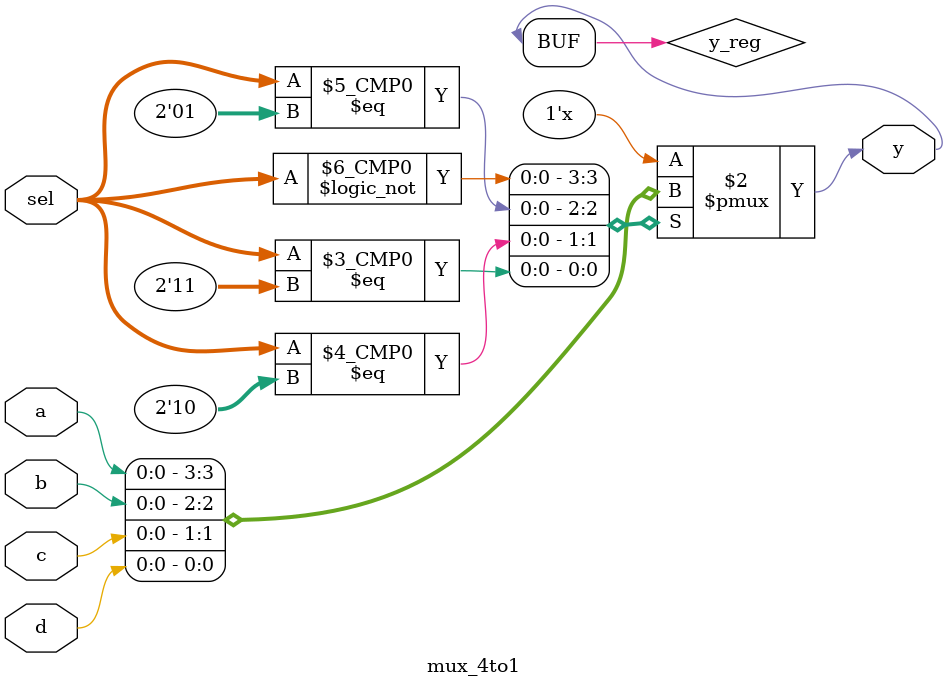
<source format=v>
`timescale 1ns / 1ps
module mux_4to1(y,a,b,c,d,sel
    );
	 input a,b,c,d;
	 input [1:0]sel;
	 output y;
	 reg y_reg;
	 assign y=y_reg;
	 always@(sel or a or b or c or d)
	 begin
	   case(sel)
		2'b00: y_reg = a;
		2'b01: y_reg = b;
		2'b10: y_reg = c;
		2'b11: y_reg = d;
	   default: y_reg = 1'b1;
		endcase
	end
endmodule

</source>
